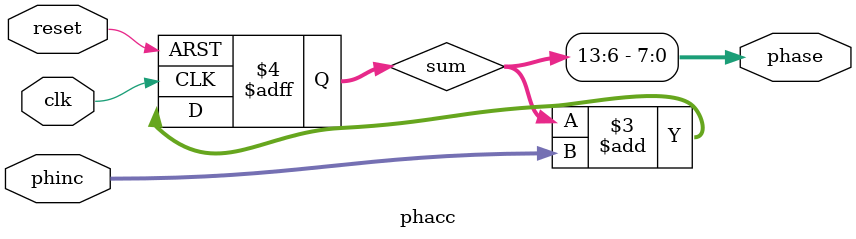
<source format=sv>
module phacc
  #(
    parameter unsigned WIDTH = 14
    ) (
	   input logic [7:0] phinc,
	   input             clk,
	   input             reset,
	   output [7:0]      phase
       );

    logic [WIDTH - 1 : 0] sum;

    always_ff @(posedge clk, negedge reset) begin
	    if (~reset) begin
		    sum <= 0;
	    end else begin
		    sum <= sum + phinc;
	    end
    end

    assign phase = sum[WIDTH - 1 : WIDTH - 8];

endmodule

</source>
